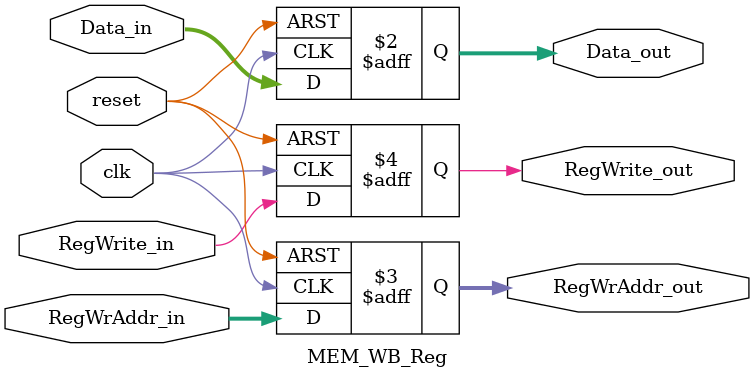
<source format=v>
`timescale 1ns/1ps

module MEM_WB_Reg (
    reset, clk, 
    Data_in, RegWrAddr_in, RegWrite_in, 
    Data_out, RegWrAddr_out, RegWrite_out
    );
    
    //Input Signals
    input reset;
    input clk;
    //Input Data
    input [31:0] Data_in;
    input [4:0] RegWrAddr_in;
    input RegWrite_in;
    //Output Data
    output reg [31:0] Data_out;
    output reg [4:0] RegWrAddr_out;
    output reg RegWrite_out; 

    always @(posedge reset or posedge clk) 
    begin
        if (reset)
        begin
            Data_out <= 32'h00000000;
            RegWrAddr_out <= 5'h00;
            RegWrite_out <= 1'b0;
        end
        else
        begin
            Data_out <= Data_in;
            RegWrAddr_out <= RegWrAddr_in;
            RegWrite_out <= RegWrite_in;
        end
    end

endmodule
</source>
